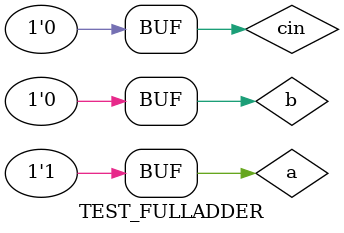
<source format=v>
`timescale 1ns / 1ps


module TEST_FULLADDER;

	// Inputs
	reg a;
	reg b;
	reg cin;

	// Outputs
	wire s;
	wire Cout;

	// Instantiate the Unit Under Test (UUT)
	FullAdder uut (
		.a(a), 
		.b(b), 
		.cin(cin), 
		.s(s), 
		.Cout(Cout)
	);

	initial begin
		// Initialize Inputs
		a = 1;
		b = 0;
		cin = 0;

		// Wait 100 ns for global reset to finish
		#100;
        
		// Add stimulus here

	end
      
endmodule


</source>
